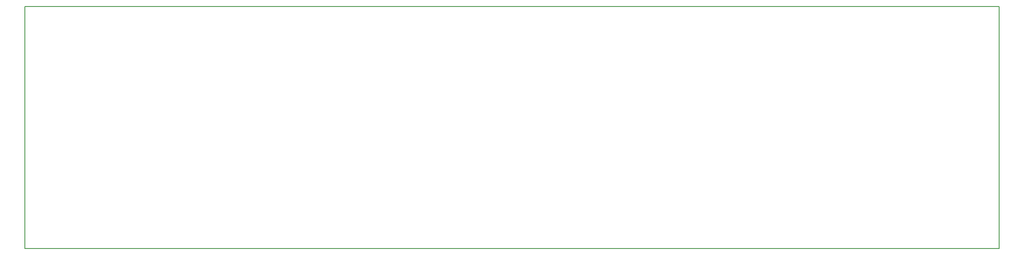
<source format=gbr>
G04 #@! TF.FileFunction,Profile,NP*
%FSLAX46Y46*%
G04 Gerber Fmt 4.6, Leading zero omitted, Abs format (unit mm)*
G04 Created by KiCad (PCBNEW 4.0.7) date 02/15/18 17:09:35*
%MOMM*%
%LPD*%
G01*
G04 APERTURE LIST*
%ADD10C,0.100000*%
%ADD11C,0.150000*%
G04 APERTURE END LIST*
D10*
D11*
X246443500Y-146812000D02*
X246443500Y-96329500D01*
X43942000Y-146812000D02*
X246443500Y-146812000D01*
X43942000Y-96329500D02*
X43942000Y-146812000D01*
X246443500Y-96329500D02*
X43942000Y-96329500D01*
M02*

</source>
